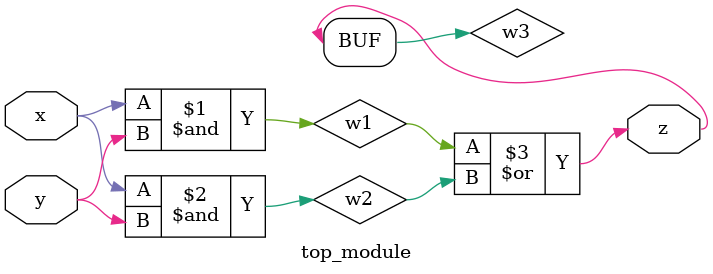
<source format=sv>
module top_module(
    input x,
    input y,
    output z);
    
    // Define internal wire
    wire w1;
    wire w2;
    
    // Define intermediate wire
    wire w3;
    
    // Assign output z
    assign z = w3;
    
    // Define and gates
    and gate1(w1, x, y);
    and gate2(w2, x, y);
    
    // Define or gate
    or gate3(w3, w1, w2);
    
endmodule

</source>
